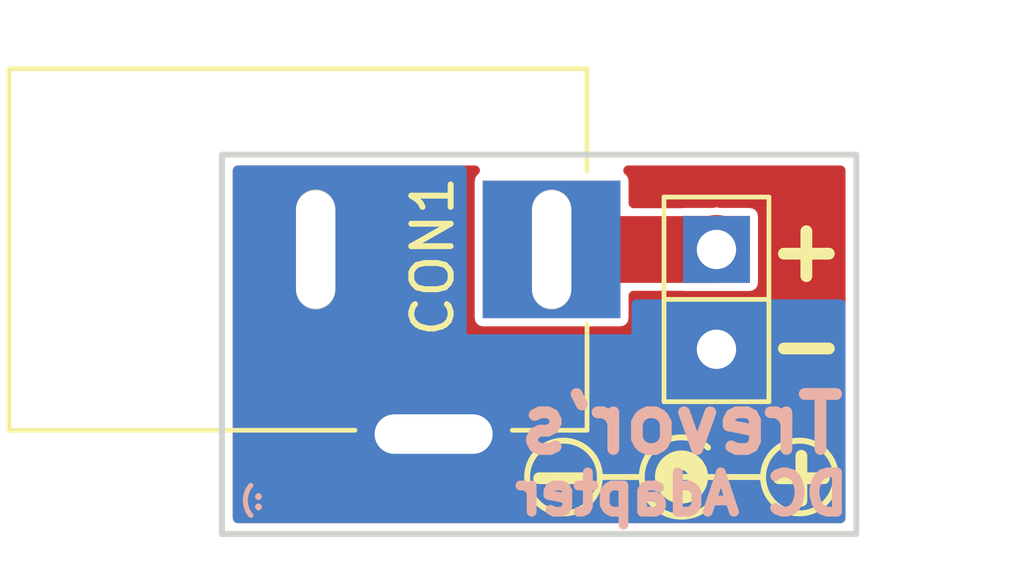
<source format=kicad_pcb>
(kicad_pcb (version 4) (host pcbnew 4.0.5)

  (general
    (links 3)
    (no_connects 0)
    (area 130.861999 96.190999 147.141001 105.993001)
    (thickness 1.6)
    (drawings 19)
    (tracks 8)
    (zones 0)
    (modules 3)
    (nets 3)
  )

  (page A4)
  (layers
    (0 F.Cu signal)
    (31 B.Cu signal)
    (32 B.Adhes user)
    (33 F.Adhes user)
    (34 B.Paste user)
    (35 F.Paste user)
    (36 B.SilkS user)
    (37 F.SilkS user)
    (38 B.Mask user)
    (39 F.Mask user)
    (40 Dwgs.User user)
    (41 Cmts.User user)
    (42 Eco1.User user)
    (43 Eco2.User user)
    (44 Edge.Cuts user)
    (45 Margin user)
    (46 B.CrtYd user)
    (47 F.CrtYd user)
    (48 B.Fab user)
    (49 F.Fab user)
  )

  (setup
    (last_trace_width 1.5)
    (user_trace_width 1.7)
    (trace_clearance 0.2)
    (zone_clearance 0.2)
    (zone_45_only no)
    (trace_min 0.2)
    (segment_width 0.2)
    (edge_width 0.15)
    (via_size 0.6)
    (via_drill 0.4)
    (via_min_size 0.4)
    (via_min_drill 0.3)
    (uvia_size 0.3)
    (uvia_drill 0.1)
    (uvias_allowed no)
    (uvia_min_size 0.2)
    (uvia_min_drill 0.1)
    (pcb_text_width 0.3)
    (pcb_text_size 1.5 1.5)
    (mod_edge_width 0.15)
    (mod_text_size 1 1)
    (mod_text_width 0.15)
    (pad_size 3.5 3.5)
    (pad_drill 1)
    (pad_to_mask_clearance 0.2)
    (aux_axis_origin 0 0)
    (visible_elements 7FFFFFFF)
    (pcbplotparams
      (layerselection 0x00030_80000001)
      (usegerberextensions false)
      (excludeedgelayer true)
      (linewidth 0.100000)
      (plotframeref false)
      (viasonmask false)
      (mode 1)
      (useauxorigin false)
      (hpglpennumber 1)
      (hpglpenspeed 20)
      (hpglpendiameter 15)
      (hpglpenoverlay 2)
      (psnegative false)
      (psa4output false)
      (plotreference true)
      (plotvalue true)
      (plotinvisibletext false)
      (padsonsilk false)
      (subtractmaskfromsilk false)
      (outputformat 1)
      (mirror false)
      (drillshape 1)
      (scaleselection 1)
      (outputdirectory ""))
  )

  (net 0 "")
  (net 1 VCC)
  (net 2 GND)

  (net_class Default "Dit is de standaard class."
    (clearance 0.2)
    (trace_width 1.5)
    (via_dia 0.6)
    (via_drill 0.4)
    (uvia_dia 0.3)
    (uvia_drill 0.1)
    (add_net GND)
    (add_net VCC)
  )

  (module Connect:BARREL_JACK (layer F.Cu) (tedit 5936B927) (tstamp 5936B6C8)
    (at 139.319 98.679)
    (descr "DC Barrel Jack")
    (tags "Power Jack")
    (path /5936B5C6)
    (fp_text reference CON1 (at -3.0226 0.1778 270) (layer F.SilkS)
      (effects (font (size 1 1) (thickness 0.15)))
    )
    (fp_text value BARREL_JACK (at -6.2 -5.5) (layer F.Fab)
      (effects (font (size 1 1) (thickness 0.15)))
    )
    (fp_line (start 1 -4.5) (end 1 -4.75) (layer F.CrtYd) (width 0.05))
    (fp_line (start 1 -4.75) (end -14 -4.75) (layer F.CrtYd) (width 0.05))
    (fp_line (start 1 -4.5) (end 1 -2) (layer F.CrtYd) (width 0.05))
    (fp_line (start 1 -2) (end 2 -2) (layer F.CrtYd) (width 0.05))
    (fp_line (start 2 -2) (end 2 2) (layer F.CrtYd) (width 0.05))
    (fp_line (start 2 2) (end 1 2) (layer F.CrtYd) (width 0.05))
    (fp_line (start 1 2) (end 1 4.75) (layer F.CrtYd) (width 0.05))
    (fp_line (start 1 4.75) (end -1 4.75) (layer F.CrtYd) (width 0.05))
    (fp_line (start -1 4.75) (end -1 6.75) (layer F.CrtYd) (width 0.05))
    (fp_line (start -1 6.75) (end -5 6.75) (layer F.CrtYd) (width 0.05))
    (fp_line (start -5 6.75) (end -5 4.75) (layer F.CrtYd) (width 0.05))
    (fp_line (start -5 4.75) (end -14 4.75) (layer F.CrtYd) (width 0.05))
    (fp_line (start -14 4.75) (end -14 -4.75) (layer F.CrtYd) (width 0.05))
    (fp_line (start -5 4.6) (end -13.8 4.6) (layer F.SilkS) (width 0.12))
    (fp_line (start -13.8 4.6) (end -13.8 -4.6) (layer F.SilkS) (width 0.12))
    (fp_line (start 0.9 1.9) (end 0.9 4.6) (layer F.SilkS) (width 0.12))
    (fp_line (start 0.9 4.6) (end -1 4.6) (layer F.SilkS) (width 0.12))
    (fp_line (start -13.8 -4.6) (end 0.9 -4.6) (layer F.SilkS) (width 0.12))
    (fp_line (start 0.9 -4.6) (end 0.9 -2) (layer F.SilkS) (width 0.12))
    (fp_line (start -10.2 -4.5) (end -10.2 4.5) (layer F.Fab) (width 0.1))
    (fp_line (start -13.7 -4.5) (end -13.7 4.5) (layer F.Fab) (width 0.1))
    (fp_line (start -13.7 4.5) (end 0.8 4.5) (layer F.Fab) (width 0.1))
    (fp_line (start 0.8 4.5) (end 0.8 -4.5) (layer F.Fab) (width 0.1))
    (fp_line (start 0.8 -4.5) (end -13.7 -4.5) (layer F.Fab) (width 0.1))
    (pad 1 thru_hole rect (at 0 0) (size 3.5 3.5) (drill oval 1 3) (layers *.Cu *.Mask)
      (net 1 VCC))
    (pad 2 thru_hole rect (at -6 0) (size 3.5 3.5) (drill oval 1 3) (layers *.Cu *.Mask)
      (net 2 GND))
    (pad 3 thru_hole rect (at -3 4.7) (size 3.5 3.5) (drill oval 3 1) (layers *.Cu *.Mask)
      (net 2 GND))
  )

  (module Pin_Headers:Pin_Header_Straight_1x02_Pitch2.54mm (layer F.Cu) (tedit 5936C1E3) (tstamp 5936B6CE)
    (at 143.51 98.679)
    (descr "Through hole straight pin header, 1x02, 2.54mm pitch, single row")
    (tags "Through hole pin header THT 1x02 2.54mm single row")
    (path /5936B64A)
    (fp_text reference P1 (at -0.127 5.08) (layer F.SilkS) hide
      (effects (font (size 1 1) (thickness 0.15)))
    )
    (fp_text value CONN_01X02 (at 0 4.87) (layer F.Fab)
      (effects (font (size 1 1) (thickness 0.15)))
    )
    (fp_line (start -1.27 1.27) (end 1.27 1.27) (layer F.SilkS) (width 0.12))
    (fp_line (start -1.3335 3.8735) (end 1.3335 3.8735) (layer F.SilkS) (width 0.12))
    (fp_line (start 1.3335 3.8735) (end 1.3335 -1.3335) (layer F.SilkS) (width 0.12))
    (fp_line (start 1.3335 -1.3335) (end -1.3335 -1.3335) (layer F.SilkS) (width 0.12))
    (fp_line (start -1.3335 -1.3335) (end -1.3335 3.8735) (layer F.SilkS) (width 0.12))
    (fp_line (start -1.27 -1.27) (end -1.27 3.81) (layer F.Fab) (width 0.1))
    (fp_line (start -1.27 3.81) (end 1.27 3.81) (layer F.Fab) (width 0.1))
    (fp_line (start 1.27 3.81) (end 1.27 -1.27) (layer F.Fab) (width 0.1))
    (fp_line (start 1.27 -1.27) (end -1.27 -1.27) (layer F.Fab) (width 0.1))
    (fp_line (start -1.8 -1.8) (end -1.8 4.35) (layer F.CrtYd) (width 0.05))
    (fp_line (start -1.8 4.35) (end 1.8 4.35) (layer F.CrtYd) (width 0.05))
    (fp_line (start 1.8 4.35) (end 1.8 -1.8) (layer F.CrtYd) (width 0.05))
    (fp_line (start 1.8 -1.8) (end -1.8 -1.8) (layer F.CrtYd) (width 0.05))
    (fp_text user %R (at 0 -2.33) (layer F.Fab)
      (effects (font (size 1 1) (thickness 0.15)))
    )
    (pad 1 thru_hole rect (at 0 0) (size 1.7 1.7) (drill 1) (layers *.Cu *.Mask)
      (net 1 VCC))
    (pad 2 thru_hole oval (at 0 2.54) (size 1.7 1.7) (drill 1) (layers *.Cu *.Mask)
      (net 2 GND))
    (model ${KISYS3DMOD}/Pin_Headers.3dshapes/Pin_Header_Straight_1x02_Pitch2.54mm.wrl
      (at (xyz 0 -0.05 0))
      (scale (xyz 1 1 1))
      (rotate (xyz 0 0 90))
    )
  )

  (module Symbols:Symbol_Barrel_Polarity (layer F.Cu) (tedit 5765E9A7) (tstamp 5936C22B)
    (at 142.621 104.394)
    (descr "Barrel connector polarity indicator")
    (tags "barrel polarity")
    (fp_text reference REF** (at 0 -2) (layer F.SilkS) hide
      (effects (font (size 1 1) (thickness 0.15)))
    )
    (fp_text value Symbol_Barrel_Polarity (at 0 2) (layer F.Fab)
      (effects (font (size 1 1) (thickness 0.15)))
    )
    (fp_line (start 0 0.075) (end 2 0.075) (layer F.SilkS) (width 0.15))
    (fp_line (start -2 0.075) (end -1.1 0.075) (layer F.SilkS) (width 0.15))
    (fp_circle (center -3 0.075) (end -3 1) (layer F.SilkS) (width 0.15))
    (fp_circle (center 3 0.075) (end 3 1) (layer F.SilkS) (width 0.15))
    (fp_circle (center 0 0.075) (end 0 0.25) (layer F.SilkS) (width 0.5))
    (fp_arc (start 0 0.075) (end 0.75 0.75) (angle 270) (layer F.SilkS) (width 0.15))
  )

  (gr_text ":)" (at 131.699 105.029) (layer B.SilkS)
    (effects (font (size 0.5 0.5) (thickness 0.125)) (justify mirror))
  )
  (gr_text Trevor's (at 142.621 103.124) (layer B.SilkS)
    (effects (font (size 1.4 1.4) (thickness 0.3)) (justify mirror))
  )
  (gr_text - (at 139.573 104.394) (layer F.SilkS)
    (effects (font (size 1.5 1.5) (thickness 0.3)))
  )
  (gr_text + (at 145.669 104.394) (layer F.SilkS)
    (effects (font (size 1.5 1.5) (thickness 0.3)))
  )
  (gr_text "DC Adapter" (at 142.621 104.902) (layer B.SilkS)
    (effects (font (size 1 1) (thickness 0.25)) (justify mirror))
  )
  (gr_line (start 130.937 105.918) (end 131.064 105.918) (angle 90) (layer Edge.Cuts) (width 0.15))
  (gr_line (start 130.937 96.266) (end 131.064 96.266) (angle 90) (layer Edge.Cuts) (width 0.15))
  (gr_line (start 137.31748 103.37292) (end 137.31748 103.378) (angle 90) (layer Edge.Cuts) (width 0.15))
  (gr_line (start 135.32104 103.37292) (end 137.31748 103.37292) (angle 90) (layer Edge.Cuts) (width 1))
  (gr_line (start 139.319 97.65284) (end 139.319 99.70516) (angle 90) (layer Edge.Cuts) (width 1))
  (gr_line (start 133.31952 97.65284) (end 133.31952 99.70516) (angle 90) (layer Edge.Cuts) (width 1))
  (gr_line (start 130.937 105.918) (end 130.937 96.266) (angle 90) (layer Edge.Cuts) (width 0.15))
  (gr_line (start 147.066 105.918) (end 131.064 105.918) (angle 90) (layer Edge.Cuts) (width 0.15))
  (gr_line (start 147.066 105.664) (end 147.066 105.918) (angle 90) (layer Edge.Cuts) (width 0.15))
  (gr_line (start 147.066 96.266) (end 147.066 105.664) (angle 90) (layer Edge.Cuts) (width 0.15))
  (gr_line (start 145.288 96.266) (end 147.066 96.266) (angle 90) (layer Edge.Cuts) (width 0.15))
  (gr_text - (at 145.796 101.092) (layer F.SilkS)
    (effects (font (size 1.5 1.5) (thickness 0.3)))
  )
  (gr_text + (at 145.796 98.679) (layer F.SilkS)
    (effects (font (size 1.5 1.5) (thickness 0.3)))
  )
  (gr_line (start 131.064 96.266) (end 145.288 96.266) (angle 90) (layer Edge.Cuts) (width 0.15))

  (segment (start 139.319 98.679) (end 143.51 98.679) (width 1.7) (layer F.Cu) (net 1))
  (segment (start 143.383 98.679) (end 143.51 98.552) (width 1.5) (layer F.Cu) (net 1) (tstamp 5936B710))
  (segment (start 139.319 98.679) (end 139.446 98.552) (width 2) (layer F.Cu) (net 1))
  (segment (start 143.383 98.679) (end 143.51 98.552) (width 0.25) (layer F.Cu) (net 1) (tstamp 5936B6E2))
  (segment (start 143.51 101.219) (end 141.35 103.379) (width 1.5) (layer F.Cu) (net 2))
  (segment (start 141.35 103.379) (end 136.319 103.379) (width 1.5) (layer F.Cu) (net 2) (tstamp 5936C11A))
  (segment (start 133.319 98.679) (end 133.319 100.379) (width 1.5) (layer F.Cu) (net 2))
  (segment (start 133.319 100.379) (end 136.319 103.379) (width 1.5) (layer F.Cu) (net 2) (tstamp 5936C116))

  (zone (net 2) (net_name GND) (layer B.Cu) (tstamp 5936C257) (hatch edge 0.508)
    (connect_pads yes (clearance 0.2))
    (min_thickness 0.254)
    (fill yes (arc_segments 16) (thermal_gap 0.508) (thermal_bridge_width 0.508))
    (polygon
      (pts
        (xy 131.064 96.266) (xy 137.16 96.266) (xy 137.16 100.838) (xy 141.351 100.838) (xy 141.351 99.949)
        (xy 147.066 99.949) (xy 147.066 105.918) (xy 130.937 105.918) (xy 130.937 96.266)
      )
    )
    (filled_polygon
      (pts
        (xy 137.033 100.838) (xy 137.043006 100.88741) (xy 137.071447 100.929035) (xy 137.113841 100.956315) (xy 137.16 100.965)
        (xy 141.351 100.965) (xy 141.40041 100.954994) (xy 141.442035 100.926553) (xy 141.469315 100.884159) (xy 141.478 100.838)
        (xy 141.478 100.076) (xy 146.664 100.076) (xy 146.664 105.516) (xy 131.339 105.516) (xy 131.339 103.37292)
        (xy 134.49404 103.37292) (xy 134.556992 103.689399) (xy 134.736263 103.957697) (xy 135.004561 104.136968) (xy 135.32104 104.19992)
        (xy 137.31748 104.19992) (xy 137.633959 104.136968) (xy 137.902257 103.957697) (xy 138.081528 103.689399) (xy 138.14448 103.37292)
        (xy 138.081528 103.056441) (xy 137.902257 102.788143) (xy 137.633959 102.608872) (xy 137.31748 102.54592) (xy 135.32104 102.54592)
        (xy 135.004561 102.608872) (xy 134.736263 102.788143) (xy 134.556992 103.056441) (xy 134.49404 103.37292) (xy 131.339 103.37292)
        (xy 131.339 97.65284) (xy 132.49252 97.65284) (xy 132.49252 99.70516) (xy 132.555472 100.021639) (xy 132.734743 100.289937)
        (xy 133.003041 100.469208) (xy 133.31952 100.53216) (xy 133.635999 100.469208) (xy 133.904297 100.289937) (xy 134.083568 100.021639)
        (xy 134.14652 99.70516) (xy 134.14652 97.65284) (xy 134.083568 97.336361) (xy 133.904297 97.068063) (xy 133.635999 96.888792)
        (xy 133.31952 96.82584) (xy 133.003041 96.888792) (xy 132.734743 97.068063) (xy 132.555472 97.336361) (xy 132.49252 97.65284)
        (xy 131.339 97.65284) (xy 131.339 96.668) (xy 137.033 96.668)
      )
    )
  )
  (zone (net 2) (net_name GND) (layer F.Cu) (tstamp 5936C29C) (hatch edge 0.508)
    (connect_pads yes (clearance 0.2))
    (min_thickness 0.254)
    (fill yes (arc_segments 16) (thermal_gap 0.508) (thermal_bridge_width 0.508))
    (polygon
      (pts
        (xy 147.066 105.918) (xy 130.937 105.918) (xy 130.937 96.266) (xy 147.066 96.266)
      )
    )
    (filled_polygon
      (pts
        (xy 137.336526 96.690012) (xy 137.261862 96.799286) (xy 137.235594 96.929) (xy 137.235594 100.429) (xy 137.258395 100.550179)
        (xy 137.330012 100.661474) (xy 137.439286 100.736138) (xy 137.569 100.762406) (xy 141.069 100.762406) (xy 141.190179 100.739605)
        (xy 141.301474 100.667988) (xy 141.376138 100.558714) (xy 141.402406 100.429) (xy 141.402406 99.856) (xy 142.628367 99.856)
        (xy 142.66 99.862406) (xy 144.36 99.862406) (xy 144.481179 99.839605) (xy 144.592474 99.767988) (xy 144.667138 99.658714)
        (xy 144.693406 99.529) (xy 144.693406 97.829) (xy 144.670605 97.707821) (xy 144.598988 97.596526) (xy 144.489714 97.521862)
        (xy 144.36 97.495594) (xy 143.613533 97.495594) (xy 143.51 97.475) (xy 143.406467 97.495594) (xy 142.66 97.495594)
        (xy 142.625954 97.502) (xy 141.402406 97.502) (xy 141.402406 96.929) (xy 141.379605 96.807821) (xy 141.307988 96.696526)
        (xy 141.266239 96.668) (xy 146.664 96.668) (xy 146.664 105.516) (xy 131.339 105.516) (xy 131.339 103.37292)
        (xy 134.49404 103.37292) (xy 134.556992 103.689399) (xy 134.736263 103.957697) (xy 135.004561 104.136968) (xy 135.32104 104.19992)
        (xy 137.31748 104.19992) (xy 137.633959 104.136968) (xy 137.902257 103.957697) (xy 138.081528 103.689399) (xy 138.14448 103.37292)
        (xy 138.081528 103.056441) (xy 137.902257 102.788143) (xy 137.633959 102.608872) (xy 137.31748 102.54592) (xy 135.32104 102.54592)
        (xy 135.004561 102.608872) (xy 134.736263 102.788143) (xy 134.556992 103.056441) (xy 134.49404 103.37292) (xy 131.339 103.37292)
        (xy 131.339 97.65284) (xy 132.49252 97.65284) (xy 132.49252 99.70516) (xy 132.555472 100.021639) (xy 132.734743 100.289937)
        (xy 133.003041 100.469208) (xy 133.31952 100.53216) (xy 133.635999 100.469208) (xy 133.904297 100.289937) (xy 134.083568 100.021639)
        (xy 134.14652 99.70516) (xy 134.14652 97.65284) (xy 134.083568 97.336361) (xy 133.904297 97.068063) (xy 133.635999 96.888792)
        (xy 133.31952 96.82584) (xy 133.003041 96.888792) (xy 132.734743 97.068063) (xy 132.555472 97.336361) (xy 132.49252 97.65284)
        (xy 131.339 97.65284) (xy 131.339 96.668) (xy 137.370733 96.668)
      )
    )
  )
)

</source>
